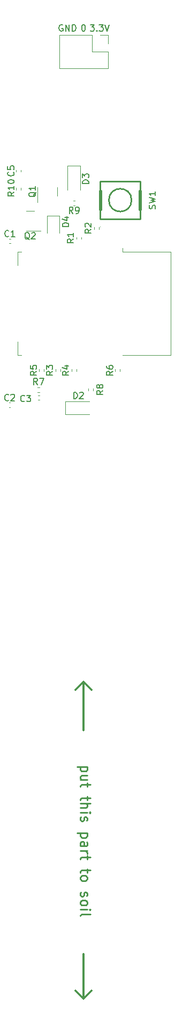
<source format=gbr>
%TF.GenerationSoftware,KiCad,Pcbnew,7.0.2*%
%TF.CreationDate,2023-05-10T22:13:46+02:00*%
%TF.ProjectId,ESPlant-Board,4553506c-616e-4742-9d42-6f6172642e6b,rev?*%
%TF.SameCoordinates,PX76c48e7PY1665c4c*%
%TF.FileFunction,Legend,Top*%
%TF.FilePolarity,Positive*%
%FSLAX46Y46*%
G04 Gerber Fmt 4.6, Leading zero omitted, Abs format (unit mm)*
G04 Created by KiCad (PCBNEW 7.0.2) date 2023-05-10 22:13:46*
%MOMM*%
%LPD*%
G01*
G04 APERTURE LIST*
%ADD10C,0.213360*%
%ADD11C,0.304800*%
%ADD12C,0.150000*%
%ADD13C,0.254000*%
%ADD14C,0.059995*%
%ADD15C,0.120000*%
G04 APERTURE END LIST*
D10*
X15157511Y-117187017D02*
X13592871Y-117187017D01*
X15083005Y-117187017D02*
X15157511Y-117336030D01*
X15157511Y-117336030D02*
X15157511Y-117634057D01*
X15157511Y-117634057D02*
X15083005Y-117783070D01*
X15083005Y-117783070D02*
X15008498Y-117857577D01*
X15008498Y-117857577D02*
X14859485Y-117932084D01*
X14859485Y-117932084D02*
X14412445Y-117932084D01*
X14412445Y-117932084D02*
X14263431Y-117857577D01*
X14263431Y-117857577D02*
X14188925Y-117783070D01*
X14188925Y-117783070D02*
X14114418Y-117634057D01*
X14114418Y-117634057D02*
X14114418Y-117336030D01*
X14114418Y-117336030D02*
X14188925Y-117187017D01*
X15157511Y-119273204D02*
X14114418Y-119273204D01*
X15157511Y-118602644D02*
X14337938Y-118602644D01*
X14337938Y-118602644D02*
X14188925Y-118677151D01*
X14188925Y-118677151D02*
X14114418Y-118826164D01*
X14114418Y-118826164D02*
X14114418Y-119049684D01*
X14114418Y-119049684D02*
X14188925Y-119198697D01*
X14188925Y-119198697D02*
X14263431Y-119273204D01*
X15157511Y-119794751D02*
X15157511Y-120390804D01*
X15679058Y-120018271D02*
X14337938Y-120018271D01*
X14337938Y-120018271D02*
X14188925Y-120092778D01*
X14188925Y-120092778D02*
X14114418Y-120241791D01*
X14114418Y-120241791D02*
X14114418Y-120390804D01*
X15157511Y-121880938D02*
X15157511Y-122476991D01*
X15679058Y-122104458D02*
X14337938Y-122104458D01*
X14337938Y-122104458D02*
X14188925Y-122178965D01*
X14188925Y-122178965D02*
X14114418Y-122327978D01*
X14114418Y-122327978D02*
X14114418Y-122476991D01*
X14114418Y-122998538D02*
X15679058Y-122998538D01*
X14114418Y-123669098D02*
X14933991Y-123669098D01*
X14933991Y-123669098D02*
X15083005Y-123594591D01*
X15083005Y-123594591D02*
X15157511Y-123445578D01*
X15157511Y-123445578D02*
X15157511Y-123222058D01*
X15157511Y-123222058D02*
X15083005Y-123073045D01*
X15083005Y-123073045D02*
X15008498Y-122998538D01*
X14114418Y-124414165D02*
X15157511Y-124414165D01*
X15679058Y-124414165D02*
X15604551Y-124339658D01*
X15604551Y-124339658D02*
X15530045Y-124414165D01*
X15530045Y-124414165D02*
X15604551Y-124488672D01*
X15604551Y-124488672D02*
X15679058Y-124414165D01*
X15679058Y-124414165D02*
X15530045Y-124414165D01*
X14188925Y-125084725D02*
X14114418Y-125233739D01*
X14114418Y-125233739D02*
X14114418Y-125531765D01*
X14114418Y-125531765D02*
X14188925Y-125680779D01*
X14188925Y-125680779D02*
X14337938Y-125755285D01*
X14337938Y-125755285D02*
X14412445Y-125755285D01*
X14412445Y-125755285D02*
X14561458Y-125680779D01*
X14561458Y-125680779D02*
X14635965Y-125531765D01*
X14635965Y-125531765D02*
X14635965Y-125308245D01*
X14635965Y-125308245D02*
X14710471Y-125159232D01*
X14710471Y-125159232D02*
X14859485Y-125084725D01*
X14859485Y-125084725D02*
X14933991Y-125084725D01*
X14933991Y-125084725D02*
X15083005Y-125159232D01*
X15083005Y-125159232D02*
X15157511Y-125308245D01*
X15157511Y-125308245D02*
X15157511Y-125531765D01*
X15157511Y-125531765D02*
X15083005Y-125680779D01*
X15157511Y-127617952D02*
X13592871Y-127617952D01*
X15083005Y-127617952D02*
X15157511Y-127766965D01*
X15157511Y-127766965D02*
X15157511Y-128064992D01*
X15157511Y-128064992D02*
X15083005Y-128214005D01*
X15083005Y-128214005D02*
X15008498Y-128288512D01*
X15008498Y-128288512D02*
X14859485Y-128363019D01*
X14859485Y-128363019D02*
X14412445Y-128363019D01*
X14412445Y-128363019D02*
X14263431Y-128288512D01*
X14263431Y-128288512D02*
X14188925Y-128214005D01*
X14188925Y-128214005D02*
X14114418Y-128064992D01*
X14114418Y-128064992D02*
X14114418Y-127766965D01*
X14114418Y-127766965D02*
X14188925Y-127617952D01*
X14114418Y-129704139D02*
X14933991Y-129704139D01*
X14933991Y-129704139D02*
X15083005Y-129629632D01*
X15083005Y-129629632D02*
X15157511Y-129480619D01*
X15157511Y-129480619D02*
X15157511Y-129182592D01*
X15157511Y-129182592D02*
X15083005Y-129033579D01*
X14188925Y-129704139D02*
X14114418Y-129555126D01*
X14114418Y-129555126D02*
X14114418Y-129182592D01*
X14114418Y-129182592D02*
X14188925Y-129033579D01*
X14188925Y-129033579D02*
X14337938Y-128959072D01*
X14337938Y-128959072D02*
X14486951Y-128959072D01*
X14486951Y-128959072D02*
X14635965Y-129033579D01*
X14635965Y-129033579D02*
X14710471Y-129182592D01*
X14710471Y-129182592D02*
X14710471Y-129555126D01*
X14710471Y-129555126D02*
X14784978Y-129704139D01*
X14114418Y-130449206D02*
X15157511Y-130449206D01*
X14859485Y-130449206D02*
X15008498Y-130523713D01*
X15008498Y-130523713D02*
X15083005Y-130598219D01*
X15083005Y-130598219D02*
X15157511Y-130747233D01*
X15157511Y-130747233D02*
X15157511Y-130896246D01*
X15157511Y-131194273D02*
X15157511Y-131790326D01*
X15679058Y-131417793D02*
X14337938Y-131417793D01*
X14337938Y-131417793D02*
X14188925Y-131492300D01*
X14188925Y-131492300D02*
X14114418Y-131641313D01*
X14114418Y-131641313D02*
X14114418Y-131790326D01*
X15157511Y-133280460D02*
X15157511Y-133876513D01*
X15679058Y-133503980D02*
X14337938Y-133503980D01*
X14337938Y-133503980D02*
X14188925Y-133578487D01*
X14188925Y-133578487D02*
X14114418Y-133727500D01*
X14114418Y-133727500D02*
X14114418Y-133876513D01*
X14114418Y-134621580D02*
X14188925Y-134472567D01*
X14188925Y-134472567D02*
X14263431Y-134398060D01*
X14263431Y-134398060D02*
X14412445Y-134323553D01*
X14412445Y-134323553D02*
X14859485Y-134323553D01*
X14859485Y-134323553D02*
X15008498Y-134398060D01*
X15008498Y-134398060D02*
X15083005Y-134472567D01*
X15083005Y-134472567D02*
X15157511Y-134621580D01*
X15157511Y-134621580D02*
X15157511Y-134845100D01*
X15157511Y-134845100D02*
X15083005Y-134994113D01*
X15083005Y-134994113D02*
X15008498Y-135068620D01*
X15008498Y-135068620D02*
X14859485Y-135143127D01*
X14859485Y-135143127D02*
X14412445Y-135143127D01*
X14412445Y-135143127D02*
X14263431Y-135068620D01*
X14263431Y-135068620D02*
X14188925Y-134994113D01*
X14188925Y-134994113D02*
X14114418Y-134845100D01*
X14114418Y-134845100D02*
X14114418Y-134621580D01*
X14188925Y-136931287D02*
X14114418Y-137080301D01*
X14114418Y-137080301D02*
X14114418Y-137378327D01*
X14114418Y-137378327D02*
X14188925Y-137527341D01*
X14188925Y-137527341D02*
X14337938Y-137601847D01*
X14337938Y-137601847D02*
X14412445Y-137601847D01*
X14412445Y-137601847D02*
X14561458Y-137527341D01*
X14561458Y-137527341D02*
X14635965Y-137378327D01*
X14635965Y-137378327D02*
X14635965Y-137154807D01*
X14635965Y-137154807D02*
X14710471Y-137005794D01*
X14710471Y-137005794D02*
X14859485Y-136931287D01*
X14859485Y-136931287D02*
X14933991Y-136931287D01*
X14933991Y-136931287D02*
X15083005Y-137005794D01*
X15083005Y-137005794D02*
X15157511Y-137154807D01*
X15157511Y-137154807D02*
X15157511Y-137378327D01*
X15157511Y-137378327D02*
X15083005Y-137527341D01*
X14114418Y-138495927D02*
X14188925Y-138346914D01*
X14188925Y-138346914D02*
X14263431Y-138272407D01*
X14263431Y-138272407D02*
X14412445Y-138197900D01*
X14412445Y-138197900D02*
X14859485Y-138197900D01*
X14859485Y-138197900D02*
X15008498Y-138272407D01*
X15008498Y-138272407D02*
X15083005Y-138346914D01*
X15083005Y-138346914D02*
X15157511Y-138495927D01*
X15157511Y-138495927D02*
X15157511Y-138719447D01*
X15157511Y-138719447D02*
X15083005Y-138868460D01*
X15083005Y-138868460D02*
X15008498Y-138942967D01*
X15008498Y-138942967D02*
X14859485Y-139017474D01*
X14859485Y-139017474D02*
X14412445Y-139017474D01*
X14412445Y-139017474D02*
X14263431Y-138942967D01*
X14263431Y-138942967D02*
X14188925Y-138868460D01*
X14188925Y-138868460D02*
X14114418Y-138719447D01*
X14114418Y-138719447D02*
X14114418Y-138495927D01*
X14114418Y-139688034D02*
X15157511Y-139688034D01*
X15679058Y-139688034D02*
X15604551Y-139613527D01*
X15604551Y-139613527D02*
X15530045Y-139688034D01*
X15530045Y-139688034D02*
X15604551Y-139762541D01*
X15604551Y-139762541D02*
X15679058Y-139688034D01*
X15679058Y-139688034D02*
X15530045Y-139688034D01*
X14114418Y-140656621D02*
X14188925Y-140507608D01*
X14188925Y-140507608D02*
X14337938Y-140433101D01*
X14337938Y-140433101D02*
X15679058Y-140433101D01*
D11*
X14579937Y-103804484D02*
X15849937Y-105074484D01*
X14579937Y-146714484D02*
X14579937Y-153699484D01*
X14579937Y-111424484D02*
X14579937Y-103804484D01*
X14579937Y-153699484D02*
X13309937Y-152429484D01*
X14579937Y-153699484D02*
X15849937Y-152429484D01*
X14579937Y-103804484D02*
X13309937Y-105074484D01*
D12*
X11289032Y-498238D02*
X11193794Y-450619D01*
X11193794Y-450619D02*
X11050937Y-450619D01*
X11050937Y-450619D02*
X10908080Y-498238D01*
X10908080Y-498238D02*
X10812842Y-593476D01*
X10812842Y-593476D02*
X10765223Y-688714D01*
X10765223Y-688714D02*
X10717604Y-879190D01*
X10717604Y-879190D02*
X10717604Y-1022047D01*
X10717604Y-1022047D02*
X10765223Y-1212523D01*
X10765223Y-1212523D02*
X10812842Y-1307761D01*
X10812842Y-1307761D02*
X10908080Y-1403000D01*
X10908080Y-1403000D02*
X11050937Y-1450619D01*
X11050937Y-1450619D02*
X11146175Y-1450619D01*
X11146175Y-1450619D02*
X11289032Y-1403000D01*
X11289032Y-1403000D02*
X11336651Y-1355380D01*
X11336651Y-1355380D02*
X11336651Y-1022047D01*
X11336651Y-1022047D02*
X11146175Y-1022047D01*
X11765223Y-1450619D02*
X11765223Y-450619D01*
X11765223Y-450619D02*
X12336651Y-1450619D01*
X12336651Y-1450619D02*
X12336651Y-450619D01*
X12812842Y-1450619D02*
X12812842Y-450619D01*
X12812842Y-450619D02*
X13050937Y-450619D01*
X13050937Y-450619D02*
X13193794Y-498238D01*
X13193794Y-498238D02*
X13289032Y-593476D01*
X13289032Y-593476D02*
X13336651Y-688714D01*
X13336651Y-688714D02*
X13384270Y-879190D01*
X13384270Y-879190D02*
X13384270Y-1022047D01*
X13384270Y-1022047D02*
X13336651Y-1212523D01*
X13336651Y-1212523D02*
X13289032Y-1307761D01*
X13289032Y-1307761D02*
X13193794Y-1403000D01*
X13193794Y-1403000D02*
X13050937Y-1450619D01*
X13050937Y-1450619D02*
X12812842Y-1450619D01*
X14543318Y-450619D02*
X14638556Y-450619D01*
X14638556Y-450619D02*
X14733794Y-498238D01*
X14733794Y-498238D02*
X14781413Y-545857D01*
X14781413Y-545857D02*
X14829032Y-641095D01*
X14829032Y-641095D02*
X14876651Y-831571D01*
X14876651Y-831571D02*
X14876651Y-1069666D01*
X14876651Y-1069666D02*
X14829032Y-1260142D01*
X14829032Y-1260142D02*
X14781413Y-1355380D01*
X14781413Y-1355380D02*
X14733794Y-1403000D01*
X14733794Y-1403000D02*
X14638556Y-1450619D01*
X14638556Y-1450619D02*
X14543318Y-1450619D01*
X14543318Y-1450619D02*
X14448080Y-1403000D01*
X14448080Y-1403000D02*
X14400461Y-1355380D01*
X14400461Y-1355380D02*
X14352842Y-1260142D01*
X14352842Y-1260142D02*
X14305223Y-1069666D01*
X14305223Y-1069666D02*
X14305223Y-831571D01*
X14305223Y-831571D02*
X14352842Y-641095D01*
X14352842Y-641095D02*
X14400461Y-545857D01*
X14400461Y-545857D02*
X14448080Y-498238D01*
X14448080Y-498238D02*
X14543318Y-450619D01*
X15654747Y-450619D02*
X16273794Y-450619D01*
X16273794Y-450619D02*
X15940461Y-831571D01*
X15940461Y-831571D02*
X16083318Y-831571D01*
X16083318Y-831571D02*
X16178556Y-879190D01*
X16178556Y-879190D02*
X16226175Y-926809D01*
X16226175Y-926809D02*
X16273794Y-1022047D01*
X16273794Y-1022047D02*
X16273794Y-1260142D01*
X16273794Y-1260142D02*
X16226175Y-1355380D01*
X16226175Y-1355380D02*
X16178556Y-1403000D01*
X16178556Y-1403000D02*
X16083318Y-1450619D01*
X16083318Y-1450619D02*
X15797604Y-1450619D01*
X15797604Y-1450619D02*
X15702366Y-1403000D01*
X15702366Y-1403000D02*
X15654747Y-1355380D01*
X16702366Y-1355380D02*
X16749985Y-1403000D01*
X16749985Y-1403000D02*
X16702366Y-1450619D01*
X16702366Y-1450619D02*
X16654747Y-1403000D01*
X16654747Y-1403000D02*
X16702366Y-1355380D01*
X16702366Y-1355380D02*
X16702366Y-1450619D01*
X17083318Y-450619D02*
X17702365Y-450619D01*
X17702365Y-450619D02*
X17369032Y-831571D01*
X17369032Y-831571D02*
X17511889Y-831571D01*
X17511889Y-831571D02*
X17607127Y-879190D01*
X17607127Y-879190D02*
X17654746Y-926809D01*
X17654746Y-926809D02*
X17702365Y-1022047D01*
X17702365Y-1022047D02*
X17702365Y-1260142D01*
X17702365Y-1260142D02*
X17654746Y-1355380D01*
X17654746Y-1355380D02*
X17607127Y-1403000D01*
X17607127Y-1403000D02*
X17511889Y-1450619D01*
X17511889Y-1450619D02*
X17226175Y-1450619D01*
X17226175Y-1450619D02*
X17130937Y-1403000D01*
X17130937Y-1403000D02*
X17083318Y-1355380D01*
X17988080Y-450619D02*
X18321413Y-1450619D01*
X18321413Y-1450619D02*
X18654746Y-450619D01*
%TO.C,SW1*%
X25927937Y-29393332D02*
X25975556Y-29250475D01*
X25975556Y-29250475D02*
X25975556Y-29012380D01*
X25975556Y-29012380D02*
X25927937Y-28917142D01*
X25927937Y-28917142D02*
X25880317Y-28869523D01*
X25880317Y-28869523D02*
X25785079Y-28821904D01*
X25785079Y-28821904D02*
X25689841Y-28821904D01*
X25689841Y-28821904D02*
X25594603Y-28869523D01*
X25594603Y-28869523D02*
X25546984Y-28917142D01*
X25546984Y-28917142D02*
X25499365Y-29012380D01*
X25499365Y-29012380D02*
X25451746Y-29202856D01*
X25451746Y-29202856D02*
X25404127Y-29298094D01*
X25404127Y-29298094D02*
X25356508Y-29345713D01*
X25356508Y-29345713D02*
X25261270Y-29393332D01*
X25261270Y-29393332D02*
X25166032Y-29393332D01*
X25166032Y-29393332D02*
X25070794Y-29345713D01*
X25070794Y-29345713D02*
X25023175Y-29298094D01*
X25023175Y-29298094D02*
X24975556Y-29202856D01*
X24975556Y-29202856D02*
X24975556Y-28964761D01*
X24975556Y-28964761D02*
X25023175Y-28821904D01*
X24975556Y-28488570D02*
X25975556Y-28250475D01*
X25975556Y-28250475D02*
X25261270Y-28059999D01*
X25261270Y-28059999D02*
X25975556Y-27869523D01*
X25975556Y-27869523D02*
X24975556Y-27631428D01*
X25975556Y-26726666D02*
X25975556Y-27298094D01*
X25975556Y-27012380D02*
X24975556Y-27012380D01*
X24975556Y-27012380D02*
X25118413Y-27107618D01*
X25118413Y-27107618D02*
X25213651Y-27202856D01*
X25213651Y-27202856D02*
X25261270Y-27298094D01*
%TO.C,R10*%
X3623556Y-26776857D02*
X3147365Y-27110190D01*
X3623556Y-27348285D02*
X2623556Y-27348285D01*
X2623556Y-27348285D02*
X2623556Y-26967333D01*
X2623556Y-26967333D02*
X2671175Y-26872095D01*
X2671175Y-26872095D02*
X2718794Y-26824476D01*
X2718794Y-26824476D02*
X2814032Y-26776857D01*
X2814032Y-26776857D02*
X2956889Y-26776857D01*
X2956889Y-26776857D02*
X3052127Y-26824476D01*
X3052127Y-26824476D02*
X3099746Y-26872095D01*
X3099746Y-26872095D02*
X3147365Y-26967333D01*
X3147365Y-26967333D02*
X3147365Y-27348285D01*
X3623556Y-25824476D02*
X3623556Y-26395904D01*
X3623556Y-26110190D02*
X2623556Y-26110190D01*
X2623556Y-26110190D02*
X2766413Y-26205428D01*
X2766413Y-26205428D02*
X2861651Y-26300666D01*
X2861651Y-26300666D02*
X2909270Y-26395904D01*
X2623556Y-25205428D02*
X2623556Y-25110190D01*
X2623556Y-25110190D02*
X2671175Y-25014952D01*
X2671175Y-25014952D02*
X2718794Y-24967333D01*
X2718794Y-24967333D02*
X2814032Y-24919714D01*
X2814032Y-24919714D02*
X3004508Y-24872095D01*
X3004508Y-24872095D02*
X3242603Y-24872095D01*
X3242603Y-24872095D02*
X3433079Y-24919714D01*
X3433079Y-24919714D02*
X3528317Y-24967333D01*
X3528317Y-24967333D02*
X3575937Y-25014952D01*
X3575937Y-25014952D02*
X3623556Y-25110190D01*
X3623556Y-25110190D02*
X3623556Y-25205428D01*
X3623556Y-25205428D02*
X3575937Y-25300666D01*
X3575937Y-25300666D02*
X3528317Y-25348285D01*
X3528317Y-25348285D02*
X3433079Y-25395904D01*
X3433079Y-25395904D02*
X3242603Y-25443523D01*
X3242603Y-25443523D02*
X3004508Y-25443523D01*
X3004508Y-25443523D02*
X2814032Y-25395904D01*
X2814032Y-25395904D02*
X2718794Y-25348285D01*
X2718794Y-25348285D02*
X2671175Y-25300666D01*
X2671175Y-25300666D02*
X2623556Y-25205428D01*
%TO.C,R9*%
X12926270Y-30152619D02*
X12592937Y-29676428D01*
X12354842Y-30152619D02*
X12354842Y-29152619D01*
X12354842Y-29152619D02*
X12735794Y-29152619D01*
X12735794Y-29152619D02*
X12831032Y-29200238D01*
X12831032Y-29200238D02*
X12878651Y-29247857D01*
X12878651Y-29247857D02*
X12926270Y-29343095D01*
X12926270Y-29343095D02*
X12926270Y-29485952D01*
X12926270Y-29485952D02*
X12878651Y-29581190D01*
X12878651Y-29581190D02*
X12831032Y-29628809D01*
X12831032Y-29628809D02*
X12735794Y-29676428D01*
X12735794Y-29676428D02*
X12354842Y-29676428D01*
X13402461Y-30152619D02*
X13592937Y-30152619D01*
X13592937Y-30152619D02*
X13688175Y-30105000D01*
X13688175Y-30105000D02*
X13735794Y-30057380D01*
X13735794Y-30057380D02*
X13831032Y-29914523D01*
X13831032Y-29914523D02*
X13878651Y-29724047D01*
X13878651Y-29724047D02*
X13878651Y-29343095D01*
X13878651Y-29343095D02*
X13831032Y-29247857D01*
X13831032Y-29247857D02*
X13783413Y-29200238D01*
X13783413Y-29200238D02*
X13688175Y-29152619D01*
X13688175Y-29152619D02*
X13497699Y-29152619D01*
X13497699Y-29152619D02*
X13402461Y-29200238D01*
X13402461Y-29200238D02*
X13354842Y-29247857D01*
X13354842Y-29247857D02*
X13307223Y-29343095D01*
X13307223Y-29343095D02*
X13307223Y-29581190D01*
X13307223Y-29581190D02*
X13354842Y-29676428D01*
X13354842Y-29676428D02*
X13402461Y-29724047D01*
X13402461Y-29724047D02*
X13497699Y-29771666D01*
X13497699Y-29771666D02*
X13688175Y-29771666D01*
X13688175Y-29771666D02*
X13783413Y-29724047D01*
X13783413Y-29724047D02*
X13831032Y-29676428D01*
X13831032Y-29676428D02*
X13878651Y-29581190D01*
%TO.C,R8*%
X17677556Y-58021150D02*
X17201365Y-58354483D01*
X17677556Y-58592578D02*
X16677556Y-58592578D01*
X16677556Y-58592578D02*
X16677556Y-58211626D01*
X16677556Y-58211626D02*
X16725175Y-58116388D01*
X16725175Y-58116388D02*
X16772794Y-58068769D01*
X16772794Y-58068769D02*
X16868032Y-58021150D01*
X16868032Y-58021150D02*
X17010889Y-58021150D01*
X17010889Y-58021150D02*
X17106127Y-58068769D01*
X17106127Y-58068769D02*
X17153746Y-58116388D01*
X17153746Y-58116388D02*
X17201365Y-58211626D01*
X17201365Y-58211626D02*
X17201365Y-58592578D01*
X17106127Y-57449721D02*
X17058508Y-57544959D01*
X17058508Y-57544959D02*
X17010889Y-57592578D01*
X17010889Y-57592578D02*
X16915651Y-57640197D01*
X16915651Y-57640197D02*
X16868032Y-57640197D01*
X16868032Y-57640197D02*
X16772794Y-57592578D01*
X16772794Y-57592578D02*
X16725175Y-57544959D01*
X16725175Y-57544959D02*
X16677556Y-57449721D01*
X16677556Y-57449721D02*
X16677556Y-57259245D01*
X16677556Y-57259245D02*
X16725175Y-57164007D01*
X16725175Y-57164007D02*
X16772794Y-57116388D01*
X16772794Y-57116388D02*
X16868032Y-57068769D01*
X16868032Y-57068769D02*
X16915651Y-57068769D01*
X16915651Y-57068769D02*
X17010889Y-57116388D01*
X17010889Y-57116388D02*
X17058508Y-57164007D01*
X17058508Y-57164007D02*
X17106127Y-57259245D01*
X17106127Y-57259245D02*
X17106127Y-57449721D01*
X17106127Y-57449721D02*
X17153746Y-57544959D01*
X17153746Y-57544959D02*
X17201365Y-57592578D01*
X17201365Y-57592578D02*
X17296603Y-57640197D01*
X17296603Y-57640197D02*
X17487079Y-57640197D01*
X17487079Y-57640197D02*
X17582317Y-57592578D01*
X17582317Y-57592578D02*
X17629937Y-57544959D01*
X17629937Y-57544959D02*
X17677556Y-57449721D01*
X17677556Y-57449721D02*
X17677556Y-57259245D01*
X17677556Y-57259245D02*
X17629937Y-57164007D01*
X17629937Y-57164007D02*
X17582317Y-57116388D01*
X17582317Y-57116388D02*
X17487079Y-57068769D01*
X17487079Y-57068769D02*
X17296603Y-57068769D01*
X17296603Y-57068769D02*
X17201365Y-57116388D01*
X17201365Y-57116388D02*
X17153746Y-57164007D01*
X17153746Y-57164007D02*
X17106127Y-57259245D01*
%TO.C,R7*%
X7312270Y-57076619D02*
X6978937Y-56600428D01*
X6740842Y-57076619D02*
X6740842Y-56076619D01*
X6740842Y-56076619D02*
X7121794Y-56076619D01*
X7121794Y-56076619D02*
X7217032Y-56124238D01*
X7217032Y-56124238D02*
X7264651Y-56171857D01*
X7264651Y-56171857D02*
X7312270Y-56267095D01*
X7312270Y-56267095D02*
X7312270Y-56409952D01*
X7312270Y-56409952D02*
X7264651Y-56505190D01*
X7264651Y-56505190D02*
X7217032Y-56552809D01*
X7217032Y-56552809D02*
X7121794Y-56600428D01*
X7121794Y-56600428D02*
X6740842Y-56600428D01*
X7645604Y-56076619D02*
X8312270Y-56076619D01*
X8312270Y-56076619D02*
X7883699Y-57076619D01*
%TO.C,R6*%
X19235556Y-55000666D02*
X18759365Y-55333999D01*
X19235556Y-55572094D02*
X18235556Y-55572094D01*
X18235556Y-55572094D02*
X18235556Y-55191142D01*
X18235556Y-55191142D02*
X18283175Y-55095904D01*
X18283175Y-55095904D02*
X18330794Y-55048285D01*
X18330794Y-55048285D02*
X18426032Y-55000666D01*
X18426032Y-55000666D02*
X18568889Y-55000666D01*
X18568889Y-55000666D02*
X18664127Y-55048285D01*
X18664127Y-55048285D02*
X18711746Y-55095904D01*
X18711746Y-55095904D02*
X18759365Y-55191142D01*
X18759365Y-55191142D02*
X18759365Y-55572094D01*
X18235556Y-54143523D02*
X18235556Y-54333999D01*
X18235556Y-54333999D02*
X18283175Y-54429237D01*
X18283175Y-54429237D02*
X18330794Y-54476856D01*
X18330794Y-54476856D02*
X18473651Y-54572094D01*
X18473651Y-54572094D02*
X18664127Y-54619713D01*
X18664127Y-54619713D02*
X19045079Y-54619713D01*
X19045079Y-54619713D02*
X19140317Y-54572094D01*
X19140317Y-54572094D02*
X19187937Y-54524475D01*
X19187937Y-54524475D02*
X19235556Y-54429237D01*
X19235556Y-54429237D02*
X19235556Y-54238761D01*
X19235556Y-54238761D02*
X19187937Y-54143523D01*
X19187937Y-54143523D02*
X19140317Y-54095904D01*
X19140317Y-54095904D02*
X19045079Y-54048285D01*
X19045079Y-54048285D02*
X18806984Y-54048285D01*
X18806984Y-54048285D02*
X18711746Y-54095904D01*
X18711746Y-54095904D02*
X18664127Y-54143523D01*
X18664127Y-54143523D02*
X18616508Y-54238761D01*
X18616508Y-54238761D02*
X18616508Y-54429237D01*
X18616508Y-54429237D02*
X18664127Y-54524475D01*
X18664127Y-54524475D02*
X18711746Y-54572094D01*
X18711746Y-54572094D02*
X18806984Y-54619713D01*
%TO.C,R5*%
X7179556Y-55002666D02*
X6703365Y-55335999D01*
X7179556Y-55574094D02*
X6179556Y-55574094D01*
X6179556Y-55574094D02*
X6179556Y-55193142D01*
X6179556Y-55193142D02*
X6227175Y-55097904D01*
X6227175Y-55097904D02*
X6274794Y-55050285D01*
X6274794Y-55050285D02*
X6370032Y-55002666D01*
X6370032Y-55002666D02*
X6512889Y-55002666D01*
X6512889Y-55002666D02*
X6608127Y-55050285D01*
X6608127Y-55050285D02*
X6655746Y-55097904D01*
X6655746Y-55097904D02*
X6703365Y-55193142D01*
X6703365Y-55193142D02*
X6703365Y-55574094D01*
X6179556Y-54097904D02*
X6179556Y-54574094D01*
X6179556Y-54574094D02*
X6655746Y-54621713D01*
X6655746Y-54621713D02*
X6608127Y-54574094D01*
X6608127Y-54574094D02*
X6560508Y-54478856D01*
X6560508Y-54478856D02*
X6560508Y-54240761D01*
X6560508Y-54240761D02*
X6608127Y-54145523D01*
X6608127Y-54145523D02*
X6655746Y-54097904D01*
X6655746Y-54097904D02*
X6750984Y-54050285D01*
X6750984Y-54050285D02*
X6989079Y-54050285D01*
X6989079Y-54050285D02*
X7084317Y-54097904D01*
X7084317Y-54097904D02*
X7131937Y-54145523D01*
X7131937Y-54145523D02*
X7179556Y-54240761D01*
X7179556Y-54240761D02*
X7179556Y-54478856D01*
X7179556Y-54478856D02*
X7131937Y-54574094D01*
X7131937Y-54574094D02*
X7084317Y-54621713D01*
%TO.C,R4*%
X12259556Y-55002666D02*
X11783365Y-55335999D01*
X12259556Y-55574094D02*
X11259556Y-55574094D01*
X11259556Y-55574094D02*
X11259556Y-55193142D01*
X11259556Y-55193142D02*
X11307175Y-55097904D01*
X11307175Y-55097904D02*
X11354794Y-55050285D01*
X11354794Y-55050285D02*
X11450032Y-55002666D01*
X11450032Y-55002666D02*
X11592889Y-55002666D01*
X11592889Y-55002666D02*
X11688127Y-55050285D01*
X11688127Y-55050285D02*
X11735746Y-55097904D01*
X11735746Y-55097904D02*
X11783365Y-55193142D01*
X11783365Y-55193142D02*
X11783365Y-55574094D01*
X11592889Y-54145523D02*
X12259556Y-54145523D01*
X11211937Y-54383618D02*
X11926222Y-54621713D01*
X11926222Y-54621713D02*
X11926222Y-54002666D01*
%TO.C,R3*%
X9719556Y-55002666D02*
X9243365Y-55335999D01*
X9719556Y-55574094D02*
X8719556Y-55574094D01*
X8719556Y-55574094D02*
X8719556Y-55193142D01*
X8719556Y-55193142D02*
X8767175Y-55097904D01*
X8767175Y-55097904D02*
X8814794Y-55050285D01*
X8814794Y-55050285D02*
X8910032Y-55002666D01*
X8910032Y-55002666D02*
X9052889Y-55002666D01*
X9052889Y-55002666D02*
X9148127Y-55050285D01*
X9148127Y-55050285D02*
X9195746Y-55097904D01*
X9195746Y-55097904D02*
X9243365Y-55193142D01*
X9243365Y-55193142D02*
X9243365Y-55574094D01*
X8719556Y-54669332D02*
X8719556Y-54050285D01*
X8719556Y-54050285D02*
X9100508Y-54383618D01*
X9100508Y-54383618D02*
X9100508Y-54240761D01*
X9100508Y-54240761D02*
X9148127Y-54145523D01*
X9148127Y-54145523D02*
X9195746Y-54097904D01*
X9195746Y-54097904D02*
X9290984Y-54050285D01*
X9290984Y-54050285D02*
X9529079Y-54050285D01*
X9529079Y-54050285D02*
X9624317Y-54097904D01*
X9624317Y-54097904D02*
X9671937Y-54145523D01*
X9671937Y-54145523D02*
X9719556Y-54240761D01*
X9719556Y-54240761D02*
X9719556Y-54526475D01*
X9719556Y-54526475D02*
X9671937Y-54621713D01*
X9671937Y-54621713D02*
X9624317Y-54669332D01*
%TO.C,R2*%
X15815556Y-32650666D02*
X15339365Y-32983999D01*
X15815556Y-33222094D02*
X14815556Y-33222094D01*
X14815556Y-33222094D02*
X14815556Y-32841142D01*
X14815556Y-32841142D02*
X14863175Y-32745904D01*
X14863175Y-32745904D02*
X14910794Y-32698285D01*
X14910794Y-32698285D02*
X15006032Y-32650666D01*
X15006032Y-32650666D02*
X15148889Y-32650666D01*
X15148889Y-32650666D02*
X15244127Y-32698285D01*
X15244127Y-32698285D02*
X15291746Y-32745904D01*
X15291746Y-32745904D02*
X15339365Y-32841142D01*
X15339365Y-32841142D02*
X15339365Y-33222094D01*
X14910794Y-32269713D02*
X14863175Y-32222094D01*
X14863175Y-32222094D02*
X14815556Y-32126856D01*
X14815556Y-32126856D02*
X14815556Y-31888761D01*
X14815556Y-31888761D02*
X14863175Y-31793523D01*
X14863175Y-31793523D02*
X14910794Y-31745904D01*
X14910794Y-31745904D02*
X15006032Y-31698285D01*
X15006032Y-31698285D02*
X15101270Y-31698285D01*
X15101270Y-31698285D02*
X15244127Y-31745904D01*
X15244127Y-31745904D02*
X15815556Y-32317332D01*
X15815556Y-32317332D02*
X15815556Y-31698285D01*
%TO.C,R1*%
X13021556Y-34174666D02*
X12545365Y-34507999D01*
X13021556Y-34746094D02*
X12021556Y-34746094D01*
X12021556Y-34746094D02*
X12021556Y-34365142D01*
X12021556Y-34365142D02*
X12069175Y-34269904D01*
X12069175Y-34269904D02*
X12116794Y-34222285D01*
X12116794Y-34222285D02*
X12212032Y-34174666D01*
X12212032Y-34174666D02*
X12354889Y-34174666D01*
X12354889Y-34174666D02*
X12450127Y-34222285D01*
X12450127Y-34222285D02*
X12497746Y-34269904D01*
X12497746Y-34269904D02*
X12545365Y-34365142D01*
X12545365Y-34365142D02*
X12545365Y-34746094D01*
X13021556Y-33222285D02*
X13021556Y-33793713D01*
X13021556Y-33507999D02*
X12021556Y-33507999D01*
X12021556Y-33507999D02*
X12164413Y-33603237D01*
X12164413Y-33603237D02*
X12259651Y-33698475D01*
X12259651Y-33698475D02*
X12307270Y-33793713D01*
%TO.C,Q2*%
X6047698Y-34267857D02*
X5952460Y-34220238D01*
X5952460Y-34220238D02*
X5857222Y-34125000D01*
X5857222Y-34125000D02*
X5714365Y-33982142D01*
X5714365Y-33982142D02*
X5619127Y-33934523D01*
X5619127Y-33934523D02*
X5523889Y-33934523D01*
X5571508Y-34172619D02*
X5476270Y-34125000D01*
X5476270Y-34125000D02*
X5381032Y-34029761D01*
X5381032Y-34029761D02*
X5333413Y-33839285D01*
X5333413Y-33839285D02*
X5333413Y-33505952D01*
X5333413Y-33505952D02*
X5381032Y-33315476D01*
X5381032Y-33315476D02*
X5476270Y-33220238D01*
X5476270Y-33220238D02*
X5571508Y-33172619D01*
X5571508Y-33172619D02*
X5761984Y-33172619D01*
X5761984Y-33172619D02*
X5857222Y-33220238D01*
X5857222Y-33220238D02*
X5952460Y-33315476D01*
X5952460Y-33315476D02*
X6000079Y-33505952D01*
X6000079Y-33505952D02*
X6000079Y-33839285D01*
X6000079Y-33839285D02*
X5952460Y-34029761D01*
X5952460Y-34029761D02*
X5857222Y-34125000D01*
X5857222Y-34125000D02*
X5761984Y-34172619D01*
X5761984Y-34172619D02*
X5571508Y-34172619D01*
X6381032Y-33267857D02*
X6428651Y-33220238D01*
X6428651Y-33220238D02*
X6523889Y-33172619D01*
X6523889Y-33172619D02*
X6761984Y-33172619D01*
X6761984Y-33172619D02*
X6857222Y-33220238D01*
X6857222Y-33220238D02*
X6904841Y-33267857D01*
X6904841Y-33267857D02*
X6952460Y-33363095D01*
X6952460Y-33363095D02*
X6952460Y-33458333D01*
X6952460Y-33458333D02*
X6904841Y-33601190D01*
X6904841Y-33601190D02*
X6333413Y-34172619D01*
X6333413Y-34172619D02*
X6952460Y-34172619D01*
%TO.C,Q1*%
X7060794Y-26792738D02*
X7013175Y-26887976D01*
X7013175Y-26887976D02*
X6917937Y-26983214D01*
X6917937Y-26983214D02*
X6775079Y-27126071D01*
X6775079Y-27126071D02*
X6727460Y-27221309D01*
X6727460Y-27221309D02*
X6727460Y-27316547D01*
X6965556Y-27268928D02*
X6917937Y-27364166D01*
X6917937Y-27364166D02*
X6822698Y-27459404D01*
X6822698Y-27459404D02*
X6632222Y-27507023D01*
X6632222Y-27507023D02*
X6298889Y-27507023D01*
X6298889Y-27507023D02*
X6108413Y-27459404D01*
X6108413Y-27459404D02*
X6013175Y-27364166D01*
X6013175Y-27364166D02*
X5965556Y-27268928D01*
X5965556Y-27268928D02*
X5965556Y-27078452D01*
X5965556Y-27078452D02*
X6013175Y-26983214D01*
X6013175Y-26983214D02*
X6108413Y-26887976D01*
X6108413Y-26887976D02*
X6298889Y-26840357D01*
X6298889Y-26840357D02*
X6632222Y-26840357D01*
X6632222Y-26840357D02*
X6822698Y-26887976D01*
X6822698Y-26887976D02*
X6917937Y-26983214D01*
X6917937Y-26983214D02*
X6965556Y-27078452D01*
X6965556Y-27078452D02*
X6965556Y-27268928D01*
X6965556Y-25887976D02*
X6965556Y-26459404D01*
X6965556Y-26173690D02*
X5965556Y-26173690D01*
X5965556Y-26173690D02*
X6108413Y-26268928D01*
X6108413Y-26268928D02*
X6203651Y-26364166D01*
X6203651Y-26364166D02*
X6251270Y-26459404D01*
%TO.C,D4*%
X12259556Y-32206094D02*
X11259556Y-32206094D01*
X11259556Y-32206094D02*
X11259556Y-31967999D01*
X11259556Y-31967999D02*
X11307175Y-31825142D01*
X11307175Y-31825142D02*
X11402413Y-31729904D01*
X11402413Y-31729904D02*
X11497651Y-31682285D01*
X11497651Y-31682285D02*
X11688127Y-31634666D01*
X11688127Y-31634666D02*
X11830984Y-31634666D01*
X11830984Y-31634666D02*
X12021460Y-31682285D01*
X12021460Y-31682285D02*
X12116698Y-31729904D01*
X12116698Y-31729904D02*
X12211937Y-31825142D01*
X12211937Y-31825142D02*
X12259556Y-31967999D01*
X12259556Y-31967999D02*
X12259556Y-32206094D01*
X11592889Y-30777523D02*
X12259556Y-30777523D01*
X11211937Y-31015618D02*
X11926222Y-31253713D01*
X11926222Y-31253713D02*
X11926222Y-30634666D01*
%TO.C,D3*%
X15410556Y-25451094D02*
X14410556Y-25451094D01*
X14410556Y-25451094D02*
X14410556Y-25212999D01*
X14410556Y-25212999D02*
X14458175Y-25070142D01*
X14458175Y-25070142D02*
X14553413Y-24974904D01*
X14553413Y-24974904D02*
X14648651Y-24927285D01*
X14648651Y-24927285D02*
X14839127Y-24879666D01*
X14839127Y-24879666D02*
X14981984Y-24879666D01*
X14981984Y-24879666D02*
X15172460Y-24927285D01*
X15172460Y-24927285D02*
X15267698Y-24974904D01*
X15267698Y-24974904D02*
X15362937Y-25070142D01*
X15362937Y-25070142D02*
X15410556Y-25212999D01*
X15410556Y-25212999D02*
X15410556Y-25451094D01*
X14410556Y-24546332D02*
X14410556Y-23927285D01*
X14410556Y-23927285D02*
X14791508Y-24260618D01*
X14791508Y-24260618D02*
X14791508Y-24117761D01*
X14791508Y-24117761D02*
X14839127Y-24022523D01*
X14839127Y-24022523D02*
X14886746Y-23974904D01*
X14886746Y-23974904D02*
X14981984Y-23927285D01*
X14981984Y-23927285D02*
X15220079Y-23927285D01*
X15220079Y-23927285D02*
X15315317Y-23974904D01*
X15315317Y-23974904D02*
X15362937Y-24022523D01*
X15362937Y-24022523D02*
X15410556Y-24117761D01*
X15410556Y-24117761D02*
X15410556Y-24403475D01*
X15410556Y-24403475D02*
X15362937Y-24498713D01*
X15362937Y-24498713D02*
X15315317Y-24546332D01*
%TO.C,D2*%
X13047842Y-59277619D02*
X13047842Y-58277619D01*
X13047842Y-58277619D02*
X13285937Y-58277619D01*
X13285937Y-58277619D02*
X13428794Y-58325238D01*
X13428794Y-58325238D02*
X13524032Y-58420476D01*
X13524032Y-58420476D02*
X13571651Y-58515714D01*
X13571651Y-58515714D02*
X13619270Y-58706190D01*
X13619270Y-58706190D02*
X13619270Y-58849047D01*
X13619270Y-58849047D02*
X13571651Y-59039523D01*
X13571651Y-59039523D02*
X13524032Y-59134761D01*
X13524032Y-59134761D02*
X13428794Y-59230000D01*
X13428794Y-59230000D02*
X13285937Y-59277619D01*
X13285937Y-59277619D02*
X13047842Y-59277619D01*
X14000223Y-58372857D02*
X14047842Y-58325238D01*
X14047842Y-58325238D02*
X14143080Y-58277619D01*
X14143080Y-58277619D02*
X14381175Y-58277619D01*
X14381175Y-58277619D02*
X14476413Y-58325238D01*
X14476413Y-58325238D02*
X14524032Y-58372857D01*
X14524032Y-58372857D02*
X14571651Y-58468095D01*
X14571651Y-58468095D02*
X14571651Y-58563333D01*
X14571651Y-58563333D02*
X14524032Y-58706190D01*
X14524032Y-58706190D02*
X13952604Y-59277619D01*
X13952604Y-59277619D02*
X14571651Y-59277619D01*
%TO.C,C5*%
X3510317Y-23626666D02*
X3557937Y-23674285D01*
X3557937Y-23674285D02*
X3605556Y-23817142D01*
X3605556Y-23817142D02*
X3605556Y-23912380D01*
X3605556Y-23912380D02*
X3557937Y-24055237D01*
X3557937Y-24055237D02*
X3462698Y-24150475D01*
X3462698Y-24150475D02*
X3367460Y-24198094D01*
X3367460Y-24198094D02*
X3176984Y-24245713D01*
X3176984Y-24245713D02*
X3034127Y-24245713D01*
X3034127Y-24245713D02*
X2843651Y-24198094D01*
X2843651Y-24198094D02*
X2748413Y-24150475D01*
X2748413Y-24150475D02*
X2653175Y-24055237D01*
X2653175Y-24055237D02*
X2605556Y-23912380D01*
X2605556Y-23912380D02*
X2605556Y-23817142D01*
X2605556Y-23817142D02*
X2653175Y-23674285D01*
X2653175Y-23674285D02*
X2700794Y-23626666D01*
X2605556Y-22721904D02*
X2605556Y-23198094D01*
X2605556Y-23198094D02*
X3081746Y-23245713D01*
X3081746Y-23245713D02*
X3034127Y-23198094D01*
X3034127Y-23198094D02*
X2986508Y-23102856D01*
X2986508Y-23102856D02*
X2986508Y-22864761D01*
X2986508Y-22864761D02*
X3034127Y-22769523D01*
X3034127Y-22769523D02*
X3081746Y-22721904D01*
X3081746Y-22721904D02*
X3176984Y-22674285D01*
X3176984Y-22674285D02*
X3415079Y-22674285D01*
X3415079Y-22674285D02*
X3510317Y-22721904D01*
X3510317Y-22721904D02*
X3557937Y-22769523D01*
X3557937Y-22769523D02*
X3605556Y-22864761D01*
X3605556Y-22864761D02*
X3605556Y-23102856D01*
X3605556Y-23102856D02*
X3557937Y-23198094D01*
X3557937Y-23198094D02*
X3510317Y-23245713D01*
%TO.C,C3*%
X5280270Y-59674380D02*
X5232651Y-59722000D01*
X5232651Y-59722000D02*
X5089794Y-59769619D01*
X5089794Y-59769619D02*
X4994556Y-59769619D01*
X4994556Y-59769619D02*
X4851699Y-59722000D01*
X4851699Y-59722000D02*
X4756461Y-59626761D01*
X4756461Y-59626761D02*
X4708842Y-59531523D01*
X4708842Y-59531523D02*
X4661223Y-59341047D01*
X4661223Y-59341047D02*
X4661223Y-59198190D01*
X4661223Y-59198190D02*
X4708842Y-59007714D01*
X4708842Y-59007714D02*
X4756461Y-58912476D01*
X4756461Y-58912476D02*
X4851699Y-58817238D01*
X4851699Y-58817238D02*
X4994556Y-58769619D01*
X4994556Y-58769619D02*
X5089794Y-58769619D01*
X5089794Y-58769619D02*
X5232651Y-58817238D01*
X5232651Y-58817238D02*
X5280270Y-58864857D01*
X5613604Y-58769619D02*
X6232651Y-58769619D01*
X6232651Y-58769619D02*
X5899318Y-59150571D01*
X5899318Y-59150571D02*
X6042175Y-59150571D01*
X6042175Y-59150571D02*
X6137413Y-59198190D01*
X6137413Y-59198190D02*
X6185032Y-59245809D01*
X6185032Y-59245809D02*
X6232651Y-59341047D01*
X6232651Y-59341047D02*
X6232651Y-59579142D01*
X6232651Y-59579142D02*
X6185032Y-59674380D01*
X6185032Y-59674380D02*
X6137413Y-59722000D01*
X6137413Y-59722000D02*
X6042175Y-59769619D01*
X6042175Y-59769619D02*
X5756461Y-59769619D01*
X5756461Y-59769619D02*
X5661223Y-59722000D01*
X5661223Y-59722000D02*
X5613604Y-59674380D01*
%TO.C,C2*%
X2736270Y-59521380D02*
X2688651Y-59569000D01*
X2688651Y-59569000D02*
X2545794Y-59616619D01*
X2545794Y-59616619D02*
X2450556Y-59616619D01*
X2450556Y-59616619D02*
X2307699Y-59569000D01*
X2307699Y-59569000D02*
X2212461Y-59473761D01*
X2212461Y-59473761D02*
X2164842Y-59378523D01*
X2164842Y-59378523D02*
X2117223Y-59188047D01*
X2117223Y-59188047D02*
X2117223Y-59045190D01*
X2117223Y-59045190D02*
X2164842Y-58854714D01*
X2164842Y-58854714D02*
X2212461Y-58759476D01*
X2212461Y-58759476D02*
X2307699Y-58664238D01*
X2307699Y-58664238D02*
X2450556Y-58616619D01*
X2450556Y-58616619D02*
X2545794Y-58616619D01*
X2545794Y-58616619D02*
X2688651Y-58664238D01*
X2688651Y-58664238D02*
X2736270Y-58711857D01*
X3117223Y-58711857D02*
X3164842Y-58664238D01*
X3164842Y-58664238D02*
X3260080Y-58616619D01*
X3260080Y-58616619D02*
X3498175Y-58616619D01*
X3498175Y-58616619D02*
X3593413Y-58664238D01*
X3593413Y-58664238D02*
X3641032Y-58711857D01*
X3641032Y-58711857D02*
X3688651Y-58807095D01*
X3688651Y-58807095D02*
X3688651Y-58902333D01*
X3688651Y-58902333D02*
X3641032Y-59045190D01*
X3641032Y-59045190D02*
X3069604Y-59616619D01*
X3069604Y-59616619D02*
X3688651Y-59616619D01*
%TO.C,C1*%
X2776270Y-33707380D02*
X2728651Y-33755000D01*
X2728651Y-33755000D02*
X2585794Y-33802619D01*
X2585794Y-33802619D02*
X2490556Y-33802619D01*
X2490556Y-33802619D02*
X2347699Y-33755000D01*
X2347699Y-33755000D02*
X2252461Y-33659761D01*
X2252461Y-33659761D02*
X2204842Y-33564523D01*
X2204842Y-33564523D02*
X2157223Y-33374047D01*
X2157223Y-33374047D02*
X2157223Y-33231190D01*
X2157223Y-33231190D02*
X2204842Y-33040714D01*
X2204842Y-33040714D02*
X2252461Y-32945476D01*
X2252461Y-32945476D02*
X2347699Y-32850238D01*
X2347699Y-32850238D02*
X2490556Y-32802619D01*
X2490556Y-32802619D02*
X2585794Y-32802619D01*
X2585794Y-32802619D02*
X2728651Y-32850238D01*
X2728651Y-32850238D02*
X2776270Y-32897857D01*
X3728651Y-33802619D02*
X3157223Y-33802619D01*
X3442937Y-33802619D02*
X3442937Y-32802619D01*
X3442937Y-32802619D02*
X3347699Y-32945476D01*
X3347699Y-32945476D02*
X3252461Y-33040714D01*
X3252461Y-33040714D02*
X3157223Y-33088333D01*
D13*
%TO.C,SW1*%
X17202937Y-31060000D02*
X17202937Y-25060000D01*
X23602937Y-31060000D02*
X17202937Y-31060000D01*
X23400295Y-29562870D02*
X23400295Y-26562870D01*
X23650308Y-29562870D02*
X23400295Y-29562870D01*
X17152569Y-29561041D02*
X17152569Y-26561041D01*
X17402581Y-29561041D02*
X17152569Y-29561041D01*
X23400295Y-26562870D02*
X23650308Y-26562870D01*
X23650308Y-26562870D02*
X23650308Y-29562870D01*
X17152569Y-26561041D02*
X17402581Y-26561041D01*
X17402581Y-26561041D02*
X17402581Y-29561041D01*
X17202937Y-25060000D02*
X23602937Y-25060000D01*
X23602937Y-25060000D02*
X23602937Y-31060000D01*
D14*
X17232934Y-32260000D02*
G75*
G03*
X17232934Y-32260000I-29997J0D01*
G01*
D13*
X22198975Y-28060000D02*
G75*
G03*
X22198975Y-28060000I-1796038J0D01*
G01*
D15*
%TO.C,U1*%
X4762937Y-52464968D02*
X4142937Y-52464968D01*
X4142937Y-38344968D02*
X4142937Y-36224968D01*
X20762937Y-36224968D02*
X20762937Y-35614968D01*
X4142937Y-52464968D02*
X4142937Y-50344968D01*
X28382937Y-36224968D02*
X28382937Y-52464968D01*
X20762937Y-36224968D02*
X28382937Y-36224968D01*
X28382937Y-52464968D02*
X20762937Y-52464968D01*
X4142937Y-36224968D02*
X4762937Y-36224968D01*
%TO.C,R10*%
X4682937Y-26116359D02*
X4682937Y-26423641D01*
X3922937Y-26116359D02*
X3922937Y-26423641D01*
%TO.C,R9*%
X13246578Y-28900000D02*
X12939296Y-28900000D01*
X13246578Y-28140000D02*
X12939296Y-28140000D01*
%TO.C,R8*%
X16102937Y-58008125D02*
X16102937Y-57700843D01*
X15342937Y-58008125D02*
X15342937Y-57700843D01*
%TO.C,R7*%
X7651578Y-57504000D02*
X7344296Y-57504000D01*
X7651578Y-58264000D02*
X7344296Y-58264000D01*
%TO.C,R6*%
X19562937Y-54987641D02*
X19562937Y-54680359D01*
X20322937Y-54987641D02*
X20322937Y-54680359D01*
%TO.C,R5*%
X7602937Y-54686359D02*
X7602937Y-54993641D01*
X8362937Y-54686359D02*
X8362937Y-54993641D01*
%TO.C,R4*%
X13446937Y-54991641D02*
X13446937Y-54684359D01*
X12686937Y-54991641D02*
X12686937Y-54684359D01*
%TO.C,R3*%
X10906937Y-54991641D02*
X10906937Y-54684359D01*
X10146937Y-54991641D02*
X10146937Y-54684359D01*
%TO.C,R2*%
X17002937Y-32328359D02*
X17002937Y-32635641D01*
X16242937Y-32328359D02*
X16242937Y-32635641D01*
%TO.C,R1*%
X14208937Y-33886359D02*
X14208937Y-34193641D01*
X13448937Y-33886359D02*
X13448937Y-34193641D01*
%TO.C,Q2*%
X6142937Y-32870000D02*
X5492937Y-32870000D01*
X6142937Y-29750000D02*
X5492937Y-29750000D01*
X6142937Y-32870000D02*
X7817937Y-32870000D01*
X6142937Y-29750000D02*
X6792937Y-29750000D01*
%TO.C,Q1*%
X7342937Y-26697500D02*
X7342937Y-26047500D01*
X10462937Y-26697500D02*
X10462937Y-26047500D01*
X7342937Y-26697500D02*
X7342937Y-28372500D01*
X10462937Y-26697500D02*
X10462937Y-27347500D01*
%TO.C,J2*%
X15912937Y-4710000D02*
X18512937Y-4710000D01*
X10772937Y-2110000D02*
X10772937Y-7310000D01*
X18512937Y-7310000D02*
X10772937Y-7310000D01*
X18512937Y-2110000D02*
X18512937Y-3440000D01*
X15912937Y-2110000D02*
X10772937Y-2110000D01*
X15912937Y-2110000D02*
X15912937Y-4710000D01*
X17182937Y-2110000D02*
X18512937Y-2110000D01*
X18512937Y-4710000D02*
X18512937Y-7310000D01*
%TO.C,D4*%
X8862937Y-30532500D02*
X8862937Y-33217500D01*
X10782937Y-30532500D02*
X8862937Y-30532500D01*
X10782937Y-33217500D02*
X10782937Y-30532500D01*
%TO.C,D3*%
X12042937Y-22630000D02*
X12042937Y-26490000D01*
X14042937Y-22630000D02*
X12042937Y-22630000D01*
X14042937Y-22630000D02*
X14042937Y-26490000D01*
%TO.C,D2*%
X11702937Y-59720000D02*
X15562937Y-59720000D01*
X11702937Y-59720000D02*
X11702937Y-61720000D01*
X11702937Y-61720000D02*
X15562937Y-61720000D01*
%TO.C,C5*%
X4662937Y-23567836D02*
X4662937Y-23352164D01*
X3942937Y-23567836D02*
X3942937Y-23352164D01*
%TO.C,C3*%
X7625773Y-59514000D02*
X7410101Y-59514000D01*
X7625773Y-58794000D02*
X7410101Y-58794000D01*
%TO.C,C2*%
X3010773Y-59900000D02*
X2795101Y-59900000D01*
X3010773Y-60620000D02*
X2795101Y-60620000D01*
%TO.C,C1*%
X2835101Y-34860000D02*
X3050773Y-34860000D01*
X2835101Y-34140000D02*
X3050773Y-34140000D01*
%TD*%
M02*

</source>
